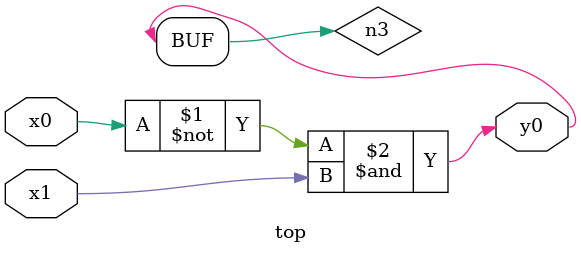
<source format=v>
module top( x0 , x1 , y0 );
  input x0 , x1 ;
  output y0 ;
  wire n3 ;
  assign n3 = ~x0 & x1 ;
  assign y0 = n3 ;
endmodule

</source>
